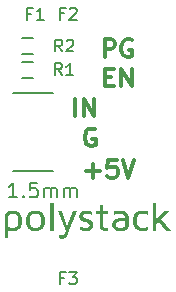
<source format=gto>
G04 #@! TF.FileFunction,Legend,Top*
%FSLAX46Y46*%
G04 Gerber Fmt 4.6, Leading zero omitted, Abs format (unit mm)*
G04 Created by KiCad (PCBNEW 4.0.1-stable) date Tuesday, April 12, 2016 'PMt' 11:21:32 PM*
%MOMM*%
G01*
G04 APERTURE LIST*
%ADD10C,0.100000*%
%ADD11C,0.200000*%
%ADD12C,0.300000*%
%ADD13C,0.150000*%
G04 APERTURE END LIST*
D10*
D11*
X158297619Y-113515476D02*
X157583333Y-113515476D01*
X157940476Y-113515476D02*
X157940476Y-112265476D01*
X157821428Y-112444048D01*
X157702381Y-112563095D01*
X157583333Y-112622619D01*
X158833333Y-113396429D02*
X158892857Y-113455952D01*
X158833333Y-113515476D01*
X158773809Y-113455952D01*
X158833333Y-113396429D01*
X158833333Y-113515476D01*
X160023809Y-112265476D02*
X159428571Y-112265476D01*
X159369047Y-112860714D01*
X159428571Y-112801190D01*
X159547619Y-112741667D01*
X159845238Y-112741667D01*
X159964285Y-112801190D01*
X160023809Y-112860714D01*
X160083333Y-112979762D01*
X160083333Y-113277381D01*
X160023809Y-113396429D01*
X159964285Y-113455952D01*
X159845238Y-113515476D01*
X159547619Y-113515476D01*
X159428571Y-113455952D01*
X159369047Y-113396429D01*
X160619047Y-113515476D02*
X160619047Y-112682143D01*
X160619047Y-112801190D02*
X160678571Y-112741667D01*
X160797618Y-112682143D01*
X160976190Y-112682143D01*
X161095238Y-112741667D01*
X161154761Y-112860714D01*
X161154761Y-113515476D01*
X161154761Y-112860714D02*
X161214285Y-112741667D01*
X161333333Y-112682143D01*
X161511904Y-112682143D01*
X161630952Y-112741667D01*
X161690476Y-112860714D01*
X161690476Y-113515476D01*
X162285714Y-113515476D02*
X162285714Y-112682143D01*
X162285714Y-112801190D02*
X162345238Y-112741667D01*
X162464285Y-112682143D01*
X162642857Y-112682143D01*
X162761905Y-112741667D01*
X162821428Y-112860714D01*
X162821428Y-113515476D01*
X162821428Y-112860714D02*
X162880952Y-112741667D01*
X163000000Y-112682143D01*
X163178571Y-112682143D01*
X163297619Y-112741667D01*
X163357143Y-112860714D01*
X163357143Y-113515476D01*
D12*
X164161429Y-111257143D02*
X165304286Y-111257143D01*
X164732857Y-111828571D02*
X164732857Y-110685714D01*
X166732858Y-110328571D02*
X166018572Y-110328571D01*
X165947143Y-111042857D01*
X166018572Y-110971429D01*
X166161429Y-110900000D01*
X166518572Y-110900000D01*
X166661429Y-110971429D01*
X166732858Y-111042857D01*
X166804286Y-111185714D01*
X166804286Y-111542857D01*
X166732858Y-111685714D01*
X166661429Y-111757143D01*
X166518572Y-111828571D01*
X166161429Y-111828571D01*
X166018572Y-111757143D01*
X165947143Y-111685714D01*
X167232857Y-110328571D02*
X167732857Y-111828571D01*
X168232857Y-110328571D01*
X164892857Y-107750000D02*
X164750000Y-107678571D01*
X164535714Y-107678571D01*
X164321429Y-107750000D01*
X164178571Y-107892857D01*
X164107143Y-108035714D01*
X164035714Y-108321429D01*
X164035714Y-108535714D01*
X164107143Y-108821429D01*
X164178571Y-108964286D01*
X164321429Y-109107143D01*
X164535714Y-109178571D01*
X164678571Y-109178571D01*
X164892857Y-109107143D01*
X164964286Y-109035714D01*
X164964286Y-108535714D01*
X164678571Y-108535714D01*
X163214286Y-106653571D02*
X163214286Y-105153571D01*
X163928572Y-106653571D02*
X163928572Y-105153571D01*
X164785715Y-106653571D01*
X164785715Y-105153571D01*
X165782857Y-103322857D02*
X166282857Y-103322857D01*
X166497143Y-104108571D02*
X165782857Y-104108571D01*
X165782857Y-102608571D01*
X166497143Y-102608571D01*
X167140000Y-104108571D02*
X167140000Y-102608571D01*
X167997143Y-104108571D01*
X167997143Y-102608571D01*
X165707143Y-101628571D02*
X165707143Y-100128571D01*
X166278571Y-100128571D01*
X166421429Y-100200000D01*
X166492857Y-100271429D01*
X166564286Y-100414286D01*
X166564286Y-100628571D01*
X166492857Y-100771429D01*
X166421429Y-100842857D01*
X166278571Y-100914286D01*
X165707143Y-100914286D01*
X167992857Y-100200000D02*
X167850000Y-100128571D01*
X167635714Y-100128571D01*
X167421429Y-100200000D01*
X167278571Y-100342857D01*
X167207143Y-100485714D01*
X167135714Y-100771429D01*
X167135714Y-100985714D01*
X167207143Y-101271429D01*
X167278571Y-101414286D01*
X167421429Y-101557143D01*
X167635714Y-101628571D01*
X167778571Y-101628571D01*
X167992857Y-101557143D01*
X168064286Y-101485714D01*
X168064286Y-100985714D01*
X167778571Y-100985714D01*
D13*
X158680000Y-102015000D02*
X159680000Y-102015000D01*
X159680000Y-103365000D02*
X158680000Y-103365000D01*
X159680000Y-101385000D02*
X158680000Y-101385000D01*
X158680000Y-100035000D02*
X159680000Y-100035000D01*
X157960000Y-104700000D02*
X161340000Y-104700000D01*
X157960000Y-111300000D02*
X161340000Y-111300000D01*
D10*
G36*
X157260430Y-116976711D02*
X157260430Y-115161006D01*
X157688677Y-114939733D01*
X157675276Y-114947368D01*
X157662687Y-114955529D01*
X157650910Y-114964217D01*
X157639946Y-114973432D01*
X157629793Y-114983173D01*
X157620453Y-114993441D01*
X157611925Y-115004235D01*
X157604209Y-115015556D01*
X157597305Y-115027403D01*
X157591214Y-115039777D01*
X157585934Y-115052677D01*
X157581467Y-115066104D01*
X157577813Y-115080058D01*
X157574970Y-115094538D01*
X157572939Y-115109545D01*
X157571721Y-115125078D01*
X157571315Y-115141138D01*
X157571315Y-116014265D01*
X157571315Y-116014243D01*
X157590817Y-116021567D01*
X157610370Y-116028473D01*
X157629973Y-116034960D01*
X157649628Y-116041028D01*
X157669334Y-116046678D01*
X157689091Y-116051910D01*
X157708899Y-116056723D01*
X157728758Y-116061118D01*
X157748668Y-116065094D01*
X157768630Y-116068651D01*
X157788642Y-116071790D01*
X157808705Y-116074510D01*
X157828819Y-116076812D01*
X157848985Y-116078696D01*
X157869201Y-116080160D01*
X157889468Y-116081207D01*
X157909787Y-116081835D01*
X157930156Y-116082044D01*
X157952919Y-116081799D01*
X157974907Y-116081063D01*
X157996118Y-116079836D01*
X158016554Y-116078119D01*
X158036214Y-116075912D01*
X158055098Y-116073213D01*
X158073207Y-116070025D01*
X158090539Y-116066345D01*
X158107096Y-116062175D01*
X158125648Y-116056641D01*
X158144097Y-116049971D01*
X158162442Y-116042165D01*
X158180683Y-116033225D01*
X158198822Y-116023149D01*
X158216857Y-116011938D01*
X158234789Y-115999592D01*
X158252617Y-115986111D01*
X158265259Y-115975366D01*
X158277326Y-115963583D01*
X158288820Y-115950762D01*
X158299739Y-115936902D01*
X158310085Y-115922005D01*
X158319856Y-115906069D01*
X158329054Y-115889095D01*
X158337677Y-115871083D01*
X158345727Y-115852032D01*
X158353202Y-115831944D01*
X158360104Y-115810817D01*
X158365006Y-115794441D01*
X158369570Y-115777507D01*
X158373796Y-115760014D01*
X158377684Y-115741963D01*
X158381234Y-115723353D01*
X158384446Y-115704185D01*
X158387319Y-115684458D01*
X158389855Y-115664173D01*
X158392052Y-115643329D01*
X158393912Y-115621926D01*
X158395433Y-115599965D01*
X158396617Y-115577446D01*
X158397462Y-115554368D01*
X158397969Y-115530731D01*
X158398138Y-115506536D01*
X158397989Y-115482205D01*
X158397544Y-115458404D01*
X158396801Y-115435132D01*
X158395761Y-115412390D01*
X158394424Y-115390177D01*
X158392789Y-115368494D01*
X158390858Y-115347340D01*
X158388629Y-115326716D01*
X158386104Y-115306621D01*
X158383281Y-115287056D01*
X158380161Y-115268020D01*
X158376744Y-115249514D01*
X158373030Y-115231537D01*
X158369018Y-115214090D01*
X158364710Y-115197172D01*
X158360104Y-115180784D01*
X158353216Y-115157616D01*
X158345782Y-115135624D01*
X158337800Y-115114808D01*
X158329272Y-115095168D01*
X158320198Y-115076703D01*
X158310577Y-115059415D01*
X158300409Y-115043302D01*
X158289694Y-115028366D01*
X158278433Y-115014605D01*
X158266625Y-115002020D01*
X158254271Y-114990611D01*
X158236933Y-114976322D01*
X158219647Y-114963220D01*
X158202413Y-114951308D01*
X158185231Y-114940585D01*
X158168100Y-114931050D01*
X158151021Y-114922705D01*
X158133994Y-114915548D01*
X158117018Y-114909580D01*
X158099758Y-114904553D01*
X158081878Y-114900196D01*
X158063378Y-114896509D01*
X158044258Y-114893493D01*
X158024517Y-114891147D01*
X158004157Y-114889472D01*
X157983176Y-114888466D01*
X157961575Y-114888131D01*
X157936803Y-114888394D01*
X157912844Y-114889184D01*
X157889696Y-114890500D01*
X157867361Y-114892343D01*
X157845837Y-114894713D01*
X157825126Y-114897609D01*
X157805228Y-114901031D01*
X157786141Y-114904980D01*
X157767867Y-114909456D01*
X157750404Y-114914458D01*
X157733754Y-114919987D01*
X157717916Y-114926042D01*
X157702891Y-114932624D01*
X157688677Y-114939733D01*
X157260430Y-115161006D01*
X157260705Y-115142862D01*
X157261532Y-115124809D01*
X157262910Y-115106848D01*
X157264839Y-115088978D01*
X157267320Y-115071200D01*
X157270351Y-115053513D01*
X157273794Y-115037348D01*
X157278451Y-115020035D01*
X157284323Y-115001576D01*
X157291410Y-114981968D01*
X157299712Y-114961214D01*
X157309229Y-114939312D01*
X157319961Y-114916263D01*
X157329495Y-114898135D01*
X157339723Y-114880496D01*
X157350645Y-114863348D01*
X157362261Y-114846690D01*
X157374572Y-114830522D01*
X157387577Y-114814843D01*
X157401275Y-114799655D01*
X157415668Y-114784957D01*
X157430755Y-114770749D01*
X157442813Y-114760400D01*
X157455835Y-114750303D01*
X157469822Y-114740460D01*
X157484774Y-114730869D01*
X157500690Y-114721532D01*
X157517571Y-114712448D01*
X157535417Y-114703616D01*
X157554227Y-114695038D01*
X157574002Y-114686713D01*
X157594742Y-114678641D01*
X157616446Y-114670822D01*
X157639114Y-114663256D01*
X157656652Y-114657649D01*
X157674539Y-114652403D01*
X157692774Y-114647519D01*
X157711358Y-114642997D01*
X157730291Y-114638837D01*
X157749573Y-114635038D01*
X157769203Y-114631601D01*
X157789183Y-114628526D01*
X157809511Y-114625813D01*
X157830188Y-114623461D01*
X157851214Y-114621471D01*
X157872589Y-114619843D01*
X157894312Y-114618577D01*
X157916384Y-114617673D01*
X157938805Y-114617130D01*
X157961575Y-114616949D01*
X157982460Y-114617153D01*
X158003223Y-114617763D01*
X158023863Y-114618781D01*
X158044380Y-114620205D01*
X158064775Y-114622036D01*
X158085048Y-114624274D01*
X158105198Y-114626920D01*
X158125225Y-114629972D01*
X158145130Y-114633431D01*
X158161790Y-114636770D01*
X158178695Y-114640795D01*
X158195846Y-114645504D01*
X158213244Y-114650899D01*
X158230887Y-114656979D01*
X158248777Y-114663744D01*
X158266912Y-114671195D01*
X158285294Y-114679330D01*
X158303921Y-114688151D01*
X158322794Y-114697656D01*
X158341914Y-114707847D01*
X158359622Y-114717737D01*
X158376916Y-114728108D01*
X158393797Y-114738961D01*
X158410265Y-114750296D01*
X158426319Y-114762113D01*
X158441959Y-114774412D01*
X158457187Y-114787193D01*
X158472001Y-114800456D01*
X158486401Y-114814201D01*
X158500388Y-114828428D01*
X158513962Y-114843137D01*
X158527122Y-114858328D01*
X158537367Y-114871015D01*
X158547378Y-114884378D01*
X158557152Y-114898416D01*
X158566692Y-114913131D01*
X158575997Y-114928523D01*
X158585066Y-114944590D01*
X158593900Y-114961333D01*
X158602499Y-114978753D01*
X158610863Y-114996848D01*
X158618991Y-115015620D01*
X158626885Y-115035068D01*
X158634543Y-115055192D01*
X158641966Y-115075992D01*
X158649154Y-115097468D01*
X158656107Y-115119621D01*
X158661530Y-115137347D01*
X158666661Y-115155367D01*
X158671498Y-115173680D01*
X158676042Y-115192286D01*
X158680293Y-115211185D01*
X158684251Y-115230377D01*
X158687915Y-115249863D01*
X158691287Y-115269641D01*
X158694365Y-115289713D01*
X158697150Y-115310079D01*
X158699642Y-115330737D01*
X158701841Y-115351688D01*
X158703746Y-115372933D01*
X158705359Y-115394471D01*
X158706678Y-115416302D01*
X158707704Y-115438427D01*
X158708437Y-115460844D01*
X158708877Y-115483555D01*
X158709023Y-115506559D01*
X158708866Y-115530333D01*
X158708393Y-115553777D01*
X158707606Y-115576890D01*
X158706503Y-115599674D01*
X158705086Y-115622128D01*
X158703354Y-115644252D01*
X158701306Y-115666046D01*
X158698944Y-115687510D01*
X158696267Y-115708643D01*
X158693274Y-115729447D01*
X158689967Y-115749921D01*
X158686345Y-115770065D01*
X158682407Y-115789878D01*
X158678155Y-115809362D01*
X158673588Y-115828516D01*
X158668706Y-115847339D01*
X158663509Y-115865833D01*
X158657996Y-115883997D01*
X158652169Y-115901830D01*
X158646027Y-115919334D01*
X158639570Y-115936507D01*
X158630889Y-115958270D01*
X158621793Y-115979322D01*
X158612285Y-115999663D01*
X158602363Y-116019295D01*
X158592028Y-116038215D01*
X158581279Y-116056425D01*
X158570117Y-116073925D01*
X158558542Y-116090714D01*
X158546553Y-116106792D01*
X158534150Y-116122160D01*
X158521334Y-116136818D01*
X158508105Y-116150765D01*
X158494463Y-116164001D01*
X158480407Y-116176528D01*
X158465937Y-116188343D01*
X158451055Y-116199448D01*
X158433784Y-116211486D01*
X158416463Y-116223035D01*
X158399091Y-116234094D01*
X158381669Y-116244665D01*
X158364196Y-116254746D01*
X158346672Y-116264338D01*
X158329098Y-116273441D01*
X158311473Y-116282055D01*
X158293798Y-116290180D01*
X158276072Y-116297816D01*
X158258295Y-116304963D01*
X158240468Y-116311620D01*
X158222590Y-116317789D01*
X158204661Y-116323468D01*
X158186809Y-116328479D01*
X158168686Y-116333118D01*
X158150293Y-116337386D01*
X158131631Y-116341283D01*
X158112698Y-116344809D01*
X158093496Y-116347964D01*
X158074023Y-116350748D01*
X158054281Y-116353160D01*
X158034268Y-116355201D01*
X158013986Y-116356872D01*
X157993433Y-116358171D01*
X157972611Y-116359098D01*
X157951519Y-116359655D01*
X157930156Y-116359841D01*
X157909440Y-116359688D01*
X157888815Y-116359228D01*
X157868282Y-116358463D01*
X157847841Y-116357391D01*
X157827492Y-116356013D01*
X157807235Y-116354329D01*
X157787070Y-116352339D01*
X157766996Y-116350043D01*
X157747015Y-116347440D01*
X157727125Y-116344531D01*
X157707327Y-116341316D01*
X157687621Y-116337795D01*
X157668007Y-116333967D01*
X157648485Y-116329834D01*
X157629055Y-116325394D01*
X157609716Y-116320648D01*
X157590470Y-116315596D01*
X157571315Y-116310237D01*
X157571315Y-116976666D01*
X157260430Y-116976666D01*
X157260430Y-116976711D01*
X157260430Y-116976711D01*
G37*
G36*
X159130703Y-115928289D02*
X159408516Y-115177533D01*
X159404110Y-115193094D01*
X159399989Y-115209185D01*
X159396152Y-115225806D01*
X159392599Y-115242956D01*
X159389331Y-115260636D01*
X159386346Y-115278846D01*
X159383646Y-115297586D01*
X159381230Y-115316855D01*
X159379099Y-115336654D01*
X159377251Y-115356982D01*
X159375688Y-115377840D01*
X159374409Y-115399228D01*
X159373414Y-115421146D01*
X159372704Y-115443593D01*
X159372277Y-115466570D01*
X159372135Y-115490077D01*
X159372277Y-115513590D01*
X159372704Y-115536587D01*
X159373414Y-115559066D01*
X159374409Y-115581029D01*
X159375688Y-115602475D01*
X159377251Y-115623404D01*
X159379099Y-115643816D01*
X159381230Y-115663711D01*
X159383646Y-115683090D01*
X159386346Y-115701952D01*
X159389331Y-115720297D01*
X159392599Y-115738125D01*
X159396152Y-115755436D01*
X159399989Y-115772231D01*
X159404110Y-115788509D01*
X159408516Y-115804269D01*
X159415732Y-115826000D01*
X159423549Y-115846691D01*
X159431967Y-115866344D01*
X159440987Y-115884958D01*
X159450608Y-115902534D01*
X159460831Y-115919071D01*
X159471655Y-115934570D01*
X159483080Y-115949030D01*
X159495107Y-115962451D01*
X159507734Y-115974834D01*
X159520964Y-115986179D01*
X159537520Y-115998914D01*
X159554118Y-116010671D01*
X159570757Y-116021448D01*
X159587436Y-116031245D01*
X159604156Y-116040063D01*
X159620917Y-116047901D01*
X159637719Y-116054760D01*
X159654562Y-116060640D01*
X159671445Y-116065539D01*
X159688737Y-116069709D01*
X159706805Y-116073389D01*
X159725648Y-116076577D01*
X159745267Y-116079276D01*
X159765662Y-116081483D01*
X159786833Y-116083200D01*
X159808780Y-116084427D01*
X159831502Y-116085163D01*
X159855000Y-116085408D01*
X159878845Y-116085163D01*
X159901874Y-116084427D01*
X159924086Y-116083200D01*
X159945481Y-116081483D01*
X159966060Y-116079276D01*
X159985822Y-116076577D01*
X160004767Y-116073389D01*
X160022896Y-116069709D01*
X160040208Y-116065539D01*
X160057092Y-116060635D01*
X160073934Y-116054752D01*
X160090736Y-116047891D01*
X160107497Y-116040052D01*
X160124217Y-116031234D01*
X160140897Y-116021438D01*
X160157535Y-116010663D01*
X160174133Y-115998910D01*
X160190690Y-115986179D01*
X160203906Y-115974834D01*
X160216492Y-115962451D01*
X160228451Y-115949030D01*
X160239780Y-115934570D01*
X160250481Y-115919071D01*
X160260553Y-115902534D01*
X160269997Y-115884958D01*
X160278812Y-115866344D01*
X160286998Y-115846691D01*
X160294555Y-115826000D01*
X160301484Y-115804269D01*
X160306090Y-115788509D01*
X160310399Y-115772231D01*
X160314410Y-115755436D01*
X160318124Y-115738125D01*
X160321541Y-115720297D01*
X160324661Y-115701952D01*
X160327484Y-115683090D01*
X160330010Y-115663711D01*
X160332238Y-115643816D01*
X160334170Y-115623404D01*
X160335804Y-115602475D01*
X160337141Y-115581029D01*
X160338181Y-115559066D01*
X160338924Y-115536587D01*
X160339370Y-115513590D01*
X160339518Y-115490077D01*
X160339370Y-115466570D01*
X160338924Y-115443593D01*
X160338181Y-115421146D01*
X160337141Y-115399228D01*
X160335804Y-115377840D01*
X160334170Y-115356982D01*
X160332238Y-115336654D01*
X160330010Y-115316855D01*
X160327484Y-115297586D01*
X160324661Y-115278846D01*
X160321541Y-115260636D01*
X160318124Y-115242956D01*
X160314410Y-115225806D01*
X160310399Y-115209185D01*
X160306090Y-115193094D01*
X160301484Y-115177533D01*
X160294555Y-115155517D01*
X160286998Y-115134566D01*
X160278812Y-115114682D01*
X160269997Y-115095863D01*
X160260553Y-115078110D01*
X160250481Y-115061423D01*
X160239780Y-115045802D01*
X160228451Y-115031247D01*
X160216492Y-115017757D01*
X160203906Y-115005333D01*
X160190690Y-114993976D01*
X160174133Y-114981240D01*
X160157535Y-114969483D01*
X160140897Y-114958707D01*
X160124217Y-114948909D01*
X160107497Y-114940091D01*
X160090736Y-114932253D01*
X160073934Y-114925394D01*
X160057092Y-114919515D01*
X160040208Y-114914615D01*
X160022896Y-114910445D01*
X160004767Y-114906765D01*
X159985822Y-114903577D01*
X159966060Y-114900878D01*
X159945481Y-114898671D01*
X159924086Y-114896954D01*
X159901874Y-114895727D01*
X159878845Y-114894992D01*
X159855000Y-114894746D01*
X159831502Y-114894992D01*
X159808780Y-114895727D01*
X159786833Y-114896954D01*
X159765662Y-114898671D01*
X159745267Y-114900878D01*
X159725648Y-114903577D01*
X159706805Y-114906765D01*
X159688737Y-114910445D01*
X159671445Y-114914615D01*
X159654562Y-114919519D01*
X159637719Y-114925402D01*
X159620917Y-114932263D01*
X159604156Y-114940102D01*
X159587436Y-114948920D01*
X159570757Y-114958717D01*
X159554118Y-114969491D01*
X159537520Y-114981244D01*
X159520964Y-114993976D01*
X159507734Y-115005333D01*
X159495107Y-115017757D01*
X159483080Y-115031247D01*
X159471655Y-115045802D01*
X159460831Y-115061423D01*
X159450608Y-115078110D01*
X159440987Y-115095863D01*
X159431967Y-115114682D01*
X159423549Y-115134566D01*
X159415732Y-115155517D01*
X159408516Y-115177533D01*
X159130703Y-115928289D01*
X159124386Y-115911743D01*
X159118362Y-115894876D01*
X159112633Y-115877688D01*
X159107197Y-115860178D01*
X159102055Y-115842347D01*
X159097207Y-115824195D01*
X159092652Y-115805722D01*
X159088392Y-115786928D01*
X159084425Y-115767812D01*
X159080752Y-115748375D01*
X159077373Y-115728617D01*
X159074288Y-115708538D01*
X159071496Y-115688137D01*
X159068999Y-115667415D01*
X159066795Y-115646372D01*
X159064885Y-115625008D01*
X159063269Y-115603323D01*
X159061947Y-115581316D01*
X159060919Y-115558988D01*
X159060184Y-115536339D01*
X159059743Y-115513369D01*
X159059596Y-115490077D01*
X159059743Y-115466789D01*
X159060184Y-115443829D01*
X159060919Y-115421197D01*
X159061947Y-115398893D01*
X159063269Y-115376917D01*
X159064885Y-115355269D01*
X159066795Y-115333949D01*
X159068999Y-115312957D01*
X159071496Y-115292293D01*
X159074288Y-115271957D01*
X159077373Y-115251949D01*
X159080752Y-115232269D01*
X159084425Y-115212918D01*
X159088392Y-115193894D01*
X159092652Y-115175198D01*
X159097207Y-115156831D01*
X159102055Y-115138791D01*
X159107197Y-115121079D01*
X159112633Y-115103696D01*
X159118362Y-115086640D01*
X159124386Y-115069913D01*
X159130703Y-115053513D01*
X159139246Y-115032623D01*
X159148144Y-115012363D01*
X159157396Y-114992731D01*
X159167003Y-114973729D01*
X159176965Y-114955356D01*
X159187282Y-114937612D01*
X159197953Y-114920497D01*
X159208979Y-114904012D01*
X159220360Y-114888155D01*
X159232096Y-114872928D01*
X159244187Y-114858331D01*
X159256632Y-114844362D01*
X159269432Y-114831023D01*
X159282587Y-114818312D01*
X159296096Y-114806231D01*
X159309961Y-114794780D01*
X159324180Y-114783957D01*
X159341686Y-114771471D01*
X159359244Y-114759524D01*
X159376852Y-114748118D01*
X159394510Y-114737251D01*
X159412219Y-114726925D01*
X159429979Y-114717139D01*
X159447790Y-114707893D01*
X159465651Y-114699186D01*
X159483562Y-114691020D01*
X159501525Y-114683394D01*
X159519538Y-114676308D01*
X159537601Y-114669761D01*
X159555715Y-114663755D01*
X159573880Y-114658289D01*
X159592425Y-114653052D01*
X159611205Y-114648202D01*
X159630222Y-114643740D01*
X159649475Y-114639667D01*
X159668965Y-114635981D01*
X159688690Y-114632683D01*
X159708652Y-114629773D01*
X159728850Y-114627252D01*
X159749285Y-114625118D01*
X159769955Y-114623372D01*
X159790862Y-114622014D01*
X159812005Y-114621044D01*
X159833384Y-114620462D01*
X159855000Y-114620268D01*
X159876835Y-114620462D01*
X159898400Y-114621044D01*
X159919695Y-114622014D01*
X159940720Y-114623372D01*
X159961474Y-114625118D01*
X159981959Y-114627252D01*
X160002174Y-114629773D01*
X160022119Y-114632683D01*
X160041794Y-114635981D01*
X160061199Y-114639667D01*
X160080334Y-114643740D01*
X160099200Y-114648202D01*
X160117795Y-114653052D01*
X160136120Y-114658289D01*
X160154512Y-114663755D01*
X160172837Y-114669761D01*
X160191095Y-114676308D01*
X160209285Y-114683394D01*
X160227408Y-114691020D01*
X160245463Y-114699186D01*
X160263450Y-114707893D01*
X160281371Y-114717139D01*
X160299223Y-114726925D01*
X160317008Y-114737251D01*
X160334726Y-114748118D01*
X160352376Y-114759524D01*
X160369959Y-114771471D01*
X160387474Y-114783957D01*
X160401693Y-114794780D01*
X160415557Y-114806231D01*
X160429067Y-114818312D01*
X160442222Y-114831023D01*
X160455022Y-114844362D01*
X160467467Y-114858331D01*
X160479557Y-114872928D01*
X160491293Y-114888155D01*
X160502674Y-114904012D01*
X160513700Y-114920497D01*
X160524372Y-114937612D01*
X160534689Y-114955356D01*
X160544650Y-114973729D01*
X160554258Y-114992731D01*
X160563510Y-115012363D01*
X160572408Y-115032623D01*
X160580951Y-115053513D01*
X160587268Y-115069913D01*
X160593291Y-115086640D01*
X160599021Y-115103696D01*
X160604457Y-115121079D01*
X160609599Y-115138791D01*
X160614447Y-115156831D01*
X160619001Y-115175198D01*
X160623262Y-115193894D01*
X160627229Y-115212918D01*
X160630901Y-115232269D01*
X160634281Y-115251949D01*
X160637366Y-115271957D01*
X160640157Y-115292293D01*
X160642655Y-115312957D01*
X160644858Y-115333949D01*
X160646768Y-115355269D01*
X160648384Y-115376917D01*
X160649707Y-115398893D01*
X160650735Y-115421197D01*
X160651470Y-115443829D01*
X160651910Y-115466789D01*
X160652057Y-115490077D01*
X160651910Y-115513369D01*
X160651470Y-115536339D01*
X160650735Y-115558988D01*
X160649707Y-115581316D01*
X160648384Y-115603323D01*
X160646768Y-115625008D01*
X160644858Y-115646372D01*
X160642655Y-115667415D01*
X160640157Y-115688137D01*
X160637366Y-115708538D01*
X160634281Y-115728617D01*
X160630901Y-115748375D01*
X160627229Y-115767812D01*
X160623262Y-115786928D01*
X160619001Y-115805722D01*
X160614447Y-115824195D01*
X160609599Y-115842347D01*
X160604457Y-115860178D01*
X160599021Y-115877688D01*
X160593291Y-115894876D01*
X160587268Y-115911743D01*
X160580951Y-115928289D01*
X160572408Y-115948991D01*
X160563510Y-115969074D01*
X160554258Y-115988540D01*
X160544650Y-116007388D01*
X160534689Y-116025618D01*
X160524372Y-116043230D01*
X160513700Y-116060223D01*
X160502674Y-116076599D01*
X160491293Y-116092357D01*
X160479557Y-116107497D01*
X160467467Y-116122019D01*
X160455022Y-116135923D01*
X160442222Y-116149210D01*
X160429067Y-116161878D01*
X160415557Y-116173928D01*
X160401693Y-116185360D01*
X160387474Y-116196174D01*
X160369959Y-116208669D01*
X160352376Y-116220641D01*
X160334726Y-116232090D01*
X160317008Y-116243016D01*
X160299223Y-116253420D01*
X160281371Y-116263300D01*
X160263450Y-116272657D01*
X160245463Y-116281491D01*
X160227408Y-116289802D01*
X160209285Y-116297590D01*
X160191095Y-116304855D01*
X160172837Y-116311598D01*
X160154512Y-116317817D01*
X160136120Y-116323513D01*
X160117795Y-116328524D01*
X160099200Y-116333163D01*
X160080334Y-116337431D01*
X160061199Y-116341328D01*
X160041794Y-116344854D01*
X160022119Y-116348009D01*
X160002174Y-116350793D01*
X159981959Y-116353205D01*
X159961474Y-116355247D01*
X159940720Y-116356917D01*
X159919695Y-116358216D01*
X159898400Y-116359144D01*
X159876835Y-116359700D01*
X159855000Y-116359886D01*
X159833384Y-116359700D01*
X159812005Y-116359144D01*
X159790862Y-116358216D01*
X159769955Y-116356917D01*
X159749285Y-116355247D01*
X159728850Y-116353205D01*
X159708652Y-116350793D01*
X159688690Y-116348009D01*
X159668965Y-116344854D01*
X159649475Y-116341328D01*
X159630222Y-116337431D01*
X159611205Y-116333163D01*
X159592425Y-116328524D01*
X159573880Y-116323513D01*
X159555715Y-116317817D01*
X159537601Y-116311598D01*
X159519538Y-116304855D01*
X159501525Y-116297590D01*
X159483562Y-116289802D01*
X159465651Y-116281491D01*
X159447790Y-116272657D01*
X159429979Y-116263300D01*
X159412219Y-116253420D01*
X159394510Y-116243016D01*
X159376852Y-116232090D01*
X159359244Y-116220641D01*
X159341686Y-116208669D01*
X159324180Y-116196174D01*
X159309961Y-116185360D01*
X159296096Y-116173928D01*
X159282587Y-116161878D01*
X159269432Y-116149210D01*
X159256632Y-116135923D01*
X159244187Y-116122019D01*
X159232096Y-116107497D01*
X159220360Y-116092357D01*
X159208979Y-116076599D01*
X159197953Y-116060223D01*
X159187282Y-116043230D01*
X159176965Y-116025618D01*
X159167003Y-116007388D01*
X159157396Y-115988540D01*
X159148144Y-115969074D01*
X159139246Y-115948991D01*
X159130703Y-115928289D01*
X159130703Y-115928289D01*
G37*
G36*
X161101849Y-116333425D02*
X161101849Y-114000147D01*
X161412734Y-114000147D01*
X161412734Y-116333425D01*
X161101849Y-116333425D01*
X161101849Y-116333425D01*
G37*
G36*
X161783151Y-114643410D02*
X162115534Y-114643410D01*
X162570286Y-115910091D01*
X163016771Y-114643410D01*
X163349154Y-114643410D01*
X162654622Y-116513686D01*
X162645732Y-116537112D01*
X162636648Y-116559960D01*
X162627368Y-116582229D01*
X162617894Y-116603920D01*
X162608225Y-116625033D01*
X162598361Y-116645567D01*
X162588302Y-116665523D01*
X162578049Y-116684900D01*
X162567601Y-116703699D01*
X162556958Y-116721919D01*
X162546120Y-116739561D01*
X162535088Y-116756625D01*
X162523860Y-116773110D01*
X162512438Y-116789017D01*
X162500821Y-116804345D01*
X162489010Y-116819095D01*
X162477003Y-116833266D01*
X162464802Y-116846859D01*
X162452406Y-116859874D01*
X162439816Y-116872310D01*
X162427030Y-116884168D01*
X162414050Y-116895447D01*
X162400875Y-116906148D01*
X162387505Y-116916270D01*
X162373940Y-116925814D01*
X162360181Y-116934780D01*
X162346227Y-116943167D01*
X162332078Y-116950976D01*
X162317734Y-116958206D01*
X162303196Y-116964858D01*
X162288462Y-116970932D01*
X162273534Y-116976427D01*
X162258411Y-116981343D01*
X162243094Y-116985682D01*
X162227581Y-116989441D01*
X162211874Y-116992623D01*
X162195972Y-116995226D01*
X162179876Y-116997250D01*
X162163584Y-116998696D01*
X162147098Y-116999564D01*
X162130417Y-116999853D01*
X162128769Y-116999853D01*
X162109947Y-116999669D01*
X162090964Y-116999118D01*
X162071821Y-116998199D01*
X162052517Y-116996913D01*
X162033052Y-116995259D01*
X162013427Y-116993238D01*
X161993640Y-116990849D01*
X161973693Y-116988093D01*
X161953585Y-116984969D01*
X161933317Y-116981477D01*
X161912887Y-116977618D01*
X161892297Y-116973392D01*
X161892297Y-116695572D01*
X161912356Y-116700617D01*
X161932183Y-116705165D01*
X161951779Y-116709218D01*
X161971143Y-116712775D01*
X161990276Y-116715836D01*
X162009177Y-116718401D01*
X162027847Y-116720471D01*
X162046285Y-116722044D01*
X162064491Y-116723122D01*
X162082466Y-116723704D01*
X162096377Y-116723271D01*
X162110108Y-116721970D01*
X162123659Y-116719801D01*
X162137029Y-116716766D01*
X162150220Y-116712863D01*
X162163230Y-116708093D01*
X162176061Y-116702456D01*
X162188711Y-116695951D01*
X162201182Y-116688579D01*
X162213472Y-116680340D01*
X162225582Y-116671233D01*
X162237512Y-116661260D01*
X162249262Y-116650418D01*
X162260832Y-116638710D01*
X162272222Y-116626134D01*
X162283432Y-116612691D01*
X162294462Y-116598381D01*
X162305312Y-116583204D01*
X162315981Y-116567159D01*
X162326471Y-116550247D01*
X162336780Y-116532467D01*
X162346910Y-116513821D01*
X162356859Y-116494307D01*
X162366629Y-116473925D01*
X162376218Y-116452677D01*
X162385627Y-116430561D01*
X162394857Y-116407578D01*
X162403906Y-116383727D01*
X162412775Y-116359010D01*
X162421464Y-116333425D01*
X161783156Y-114643410D01*
X161783151Y-114643410D01*
X161783151Y-114643410D01*
G37*
G36*
X163574050Y-115121314D02*
X163574422Y-115100470D01*
X163575538Y-115079939D01*
X163577398Y-115059723D01*
X163580003Y-115039821D01*
X163583351Y-115020234D01*
X163587444Y-115000960D01*
X163592281Y-114982001D01*
X163597862Y-114963356D01*
X163604187Y-114945026D01*
X163611257Y-114927010D01*
X163619070Y-114909308D01*
X163627628Y-114891920D01*
X163636929Y-114874847D01*
X163646975Y-114858088D01*
X163657765Y-114841643D01*
X163669300Y-114825513D01*
X163681578Y-114809697D01*
X163694600Y-114794195D01*
X163708367Y-114779007D01*
X163722878Y-114764134D01*
X163735168Y-114752595D01*
X163747960Y-114741526D01*
X163761256Y-114730929D01*
X163775054Y-114720803D01*
X163789354Y-114711147D01*
X163804158Y-114701963D01*
X163819464Y-114693250D01*
X163835273Y-114685007D01*
X163851584Y-114677236D01*
X163868398Y-114669936D01*
X163885715Y-114663106D01*
X163903535Y-114656748D01*
X163921857Y-114650861D01*
X163940683Y-114645444D01*
X163960010Y-114640499D01*
X163979841Y-114636024D01*
X164000174Y-114632021D01*
X164021010Y-114628489D01*
X164042349Y-114625427D01*
X164064190Y-114622837D01*
X164086534Y-114620717D01*
X164109381Y-114619069D01*
X164132730Y-114617891D01*
X164156583Y-114617185D01*
X164180938Y-114616949D01*
X164200913Y-114617159D01*
X164220863Y-114617787D01*
X164240788Y-114618834D01*
X164260688Y-114620300D01*
X164280563Y-114622185D01*
X164300413Y-114624489D01*
X164320238Y-114627211D01*
X164340038Y-114630353D01*
X164359813Y-114633913D01*
X164379563Y-114637892D01*
X164399288Y-114642290D01*
X164418988Y-114647107D01*
X164438663Y-114652343D01*
X164458312Y-114657998D01*
X164477937Y-114664071D01*
X164497537Y-114670564D01*
X164517112Y-114677475D01*
X164536662Y-114684805D01*
X164556187Y-114692554D01*
X164575687Y-114700722D01*
X164595162Y-114709308D01*
X164614612Y-114718314D01*
X164634036Y-114727738D01*
X164634036Y-114995624D01*
X164613147Y-114986247D01*
X164592369Y-114977328D01*
X164571704Y-114968866D01*
X164551152Y-114960862D01*
X164530712Y-114953315D01*
X164510384Y-114946225D01*
X164490169Y-114939593D01*
X164470067Y-114933418D01*
X164450077Y-114927701D01*
X164430199Y-114922441D01*
X164410434Y-114917638D01*
X164390782Y-114913293D01*
X164371242Y-114909405D01*
X164351814Y-114905975D01*
X164332499Y-114903002D01*
X164313297Y-114900486D01*
X164294207Y-114898428D01*
X164275229Y-114896827D01*
X164256364Y-114895684D01*
X164237611Y-114894998D01*
X164218971Y-114894769D01*
X164194566Y-114895066D01*
X164171081Y-114895957D01*
X164148518Y-114897443D01*
X164126875Y-114899523D01*
X164106154Y-114902197D01*
X164086353Y-114905466D01*
X164067473Y-114909328D01*
X164049515Y-114913785D01*
X164032477Y-114918837D01*
X164016360Y-114924482D01*
X164001164Y-114930722D01*
X163986889Y-114937556D01*
X163973535Y-114944985D01*
X163961102Y-114953007D01*
X163949590Y-114961624D01*
X163938999Y-114970835D01*
X163929329Y-114980641D01*
X163920580Y-114991040D01*
X163912752Y-115002034D01*
X163905845Y-115013623D01*
X163899859Y-115025805D01*
X163894793Y-115038582D01*
X163890649Y-115051953D01*
X163887426Y-115065918D01*
X163885123Y-115080478D01*
X163883742Y-115095632D01*
X163883281Y-115111380D01*
X163884384Y-115126898D01*
X163887691Y-115141845D01*
X163893203Y-115156219D01*
X163900920Y-115170022D01*
X163910842Y-115183253D01*
X163922969Y-115195911D01*
X163937300Y-115207998D01*
X163953837Y-115219513D01*
X163972578Y-115230455D01*
X163989115Y-115238793D01*
X164006252Y-115246966D01*
X164023992Y-115254975D01*
X164042332Y-115262819D01*
X164061274Y-115270500D01*
X164080817Y-115278016D01*
X164100961Y-115285368D01*
X164121707Y-115292556D01*
X164143054Y-115299580D01*
X164165002Y-115306440D01*
X164187552Y-115313135D01*
X164206887Y-115318575D01*
X164226222Y-115324211D01*
X164245557Y-115330043D01*
X164264892Y-115336071D01*
X164284227Y-115342294D01*
X164303562Y-115348714D01*
X164322897Y-115355329D01*
X164342232Y-115362140D01*
X164361567Y-115369147D01*
X164380901Y-115376350D01*
X164400236Y-115383749D01*
X164419571Y-115391343D01*
X164438906Y-115399134D01*
X164456902Y-115406574D01*
X164474510Y-115414724D01*
X164491730Y-115423581D01*
X164508562Y-115433148D01*
X164525006Y-115443423D01*
X164541061Y-115454407D01*
X164556729Y-115466099D01*
X164572008Y-115478501D01*
X164586899Y-115491611D01*
X164601402Y-115505429D01*
X164615517Y-115519956D01*
X164629244Y-115535192D01*
X164642583Y-115551137D01*
X164655534Y-115567790D01*
X164666547Y-115582894D01*
X164676850Y-115598437D01*
X164686443Y-115614419D01*
X164695325Y-115630840D01*
X164703496Y-115647700D01*
X164710957Y-115664999D01*
X164717707Y-115682737D01*
X164723747Y-115700914D01*
X164729076Y-115719530D01*
X164733695Y-115738585D01*
X164737603Y-115758080D01*
X164740800Y-115778013D01*
X164743287Y-115798385D01*
X164745063Y-115819197D01*
X164746129Y-115840447D01*
X164746484Y-115862136D01*
X164746100Y-115882336D01*
X164744947Y-115902255D01*
X164743024Y-115921892D01*
X164740333Y-115941249D01*
X164736873Y-115960324D01*
X164732643Y-115979118D01*
X164727645Y-115997632D01*
X164721878Y-116015864D01*
X164715342Y-116033815D01*
X164708037Y-116051485D01*
X164699963Y-116068874D01*
X164691120Y-116085981D01*
X164681509Y-116102808D01*
X164671128Y-116119354D01*
X164659978Y-116135618D01*
X164648059Y-116151601D01*
X164635372Y-116167304D01*
X164621915Y-116182725D01*
X164607690Y-116197865D01*
X164592695Y-116212724D01*
X164580616Y-116223826D01*
X164568038Y-116234494D01*
X164554960Y-116244725D01*
X164541383Y-116254521D01*
X164527308Y-116263882D01*
X164512733Y-116272808D01*
X164497660Y-116281298D01*
X164482087Y-116289353D01*
X164466015Y-116296972D01*
X164449445Y-116304156D01*
X164432375Y-116310905D01*
X164414806Y-116317218D01*
X164396738Y-116323095D01*
X164378172Y-116328538D01*
X164359106Y-116333545D01*
X164339541Y-116338116D01*
X164319477Y-116342253D01*
X164298914Y-116345953D01*
X164277852Y-116349219D01*
X164256291Y-116352049D01*
X164234231Y-116354444D01*
X164211672Y-116356403D01*
X164188614Y-116357927D01*
X164165057Y-116359015D01*
X164141001Y-116359668D01*
X164116445Y-116359886D01*
X164094837Y-116359698D01*
X164073403Y-116359135D01*
X164052144Y-116358195D01*
X164031059Y-116356880D01*
X164010149Y-116355190D01*
X163989414Y-116353123D01*
X163968853Y-116350681D01*
X163948467Y-116347864D01*
X163928255Y-116344670D01*
X163908218Y-116341101D01*
X163888356Y-116337156D01*
X163868668Y-116332836D01*
X163849155Y-116328140D01*
X163829817Y-116323068D01*
X163810653Y-116317620D01*
X163791664Y-116311797D01*
X163772850Y-116305598D01*
X163754210Y-116299023D01*
X163735744Y-116292073D01*
X163717454Y-116284747D01*
X163699338Y-116277045D01*
X163681396Y-116268968D01*
X163663629Y-116260515D01*
X163646037Y-116251686D01*
X163628620Y-116242481D01*
X163628620Y-115961366D01*
X163646997Y-115971485D01*
X163665471Y-115981174D01*
X163684043Y-115990433D01*
X163702712Y-115999261D01*
X163721479Y-116007658D01*
X163740344Y-116015624D01*
X163759307Y-116023160D01*
X163778367Y-116030265D01*
X163797524Y-116036940D01*
X163816779Y-116043184D01*
X163836132Y-116048998D01*
X163855583Y-116054380D01*
X163875131Y-116059333D01*
X163894776Y-116063854D01*
X163914520Y-116067945D01*
X163934361Y-116071605D01*
X163954299Y-116074835D01*
X163974335Y-116077634D01*
X163994469Y-116080003D01*
X164014700Y-116081940D01*
X164035029Y-116083448D01*
X164055456Y-116084524D01*
X164075980Y-116085170D01*
X164096602Y-116085385D01*
X164103217Y-116085385D01*
X164127689Y-116085043D01*
X164151241Y-116084016D01*
X164173874Y-116082304D01*
X164195586Y-116079907D01*
X164216379Y-116076825D01*
X164236252Y-116073059D01*
X164255205Y-116068607D01*
X164273239Y-116063471D01*
X164290353Y-116057650D01*
X164306547Y-116051145D01*
X164321821Y-116043954D01*
X164336175Y-116036079D01*
X164349610Y-116027518D01*
X164365948Y-116015297D01*
X164380566Y-116002447D01*
X164393465Y-115988969D01*
X164404643Y-115974863D01*
X164414102Y-115960129D01*
X164421841Y-115944767D01*
X164427861Y-115928777D01*
X164432160Y-115912159D01*
X164434740Y-115894912D01*
X164435600Y-115877038D01*
X164434862Y-115858435D01*
X164432648Y-115840515D01*
X164428958Y-115823280D01*
X164423792Y-115806728D01*
X164417150Y-115790860D01*
X164409032Y-115775675D01*
X164399438Y-115761174D01*
X164388368Y-115747357D01*
X164375822Y-115734223D01*
X164361801Y-115721773D01*
X164346303Y-115710007D01*
X164331420Y-115699467D01*
X164315986Y-115689340D01*
X164300001Y-115679626D01*
X164283464Y-115670325D01*
X164266377Y-115661438D01*
X164248738Y-115652964D01*
X164230548Y-115644904D01*
X164211806Y-115637257D01*
X164192514Y-115630023D01*
X164172670Y-115623202D01*
X164152275Y-115616795D01*
X164131329Y-115610800D01*
X164111740Y-115605162D01*
X164092150Y-115599446D01*
X164072561Y-115593651D01*
X164052972Y-115587779D01*
X164033382Y-115581829D01*
X164013793Y-115575800D01*
X163994203Y-115569694D01*
X163974614Y-115563509D01*
X163955025Y-115557247D01*
X163935435Y-115550907D01*
X163915846Y-115544488D01*
X163896257Y-115537992D01*
X163876667Y-115531417D01*
X163857548Y-115524214D01*
X163838859Y-115516346D01*
X163820600Y-115507813D01*
X163802772Y-115498614D01*
X163785374Y-115488751D01*
X163768407Y-115478223D01*
X163751871Y-115467029D01*
X163735765Y-115455171D01*
X163720090Y-115442647D01*
X163704845Y-115429459D01*
X163690030Y-115415605D01*
X163675647Y-115401087D01*
X163661693Y-115385903D01*
X163650397Y-115371968D01*
X163639880Y-115357505D01*
X163630142Y-115342511D01*
X163621183Y-115326989D01*
X163613003Y-115310937D01*
X163605602Y-115294357D01*
X163598980Y-115277247D01*
X163593137Y-115259607D01*
X163588073Y-115241439D01*
X163583788Y-115222741D01*
X163580283Y-115203514D01*
X163577556Y-115183758D01*
X163575608Y-115163473D01*
X163574440Y-115142658D01*
X163574050Y-115121314D01*
X163574050Y-115121314D01*
X163574050Y-115121314D01*
G37*
G36*
X164987917Y-114904680D02*
X164987917Y-114643410D01*
X165282266Y-114643410D01*
X165282266Y-114139045D01*
X165591498Y-114139045D01*
X165591498Y-114643410D01*
X166041289Y-114643410D01*
X166041289Y-114904680D01*
X165591498Y-114904680D01*
X165591498Y-115886949D01*
X165592013Y-115904579D01*
X165593561Y-115921389D01*
X165596141Y-115937378D01*
X165599752Y-115952548D01*
X165604395Y-115966898D01*
X165610070Y-115980427D01*
X165616777Y-115993137D01*
X165624516Y-116005027D01*
X165633286Y-116016097D01*
X165643089Y-116026346D01*
X165653923Y-116035776D01*
X165665789Y-116044386D01*
X165678686Y-116052176D01*
X165692616Y-116059146D01*
X165707577Y-116065296D01*
X165723571Y-116070626D01*
X165740596Y-116075136D01*
X165758652Y-116078825D01*
X165777741Y-116081695D01*
X165797862Y-116083745D01*
X165819014Y-116084975D01*
X165841198Y-116085385D01*
X165844506Y-116085385D01*
X165867309Y-116084889D01*
X165889419Y-116083401D01*
X165910833Y-116080921D01*
X165931554Y-116077449D01*
X165951579Y-116072984D01*
X165970910Y-116067528D01*
X165989547Y-116061080D01*
X166007489Y-116053639D01*
X166024737Y-116045207D01*
X166041290Y-116035782D01*
X166041290Y-116313601D01*
X166021997Y-116320994D01*
X166002704Y-116327744D01*
X165983412Y-116333851D01*
X165964119Y-116339315D01*
X165944827Y-116344136D01*
X165925534Y-116348315D01*
X165906242Y-116351850D01*
X165886949Y-116354743D01*
X165867657Y-116356993D01*
X165848364Y-116358600D01*
X165829072Y-116359565D01*
X165809779Y-116359886D01*
X165801511Y-116359886D01*
X165783861Y-116359582D01*
X165765873Y-116358670D01*
X165747548Y-116357149D01*
X165728886Y-116355020D01*
X165709886Y-116352283D01*
X165690548Y-116348938D01*
X165670873Y-116344985D01*
X165655092Y-116341327D01*
X165638617Y-116336976D01*
X165621447Y-116331932D01*
X165603584Y-116326195D01*
X165585026Y-116319766D01*
X165565775Y-116312643D01*
X165545829Y-116304828D01*
X165525189Y-116296319D01*
X165503855Y-116287118D01*
X165486690Y-116278479D01*
X165470071Y-116268801D01*
X165453999Y-116258085D01*
X165438474Y-116246330D01*
X165423496Y-116233537D01*
X165409064Y-116219705D01*
X165395179Y-116204834D01*
X165381840Y-116188925D01*
X165369049Y-116171977D01*
X165356803Y-116153991D01*
X165345105Y-116134966D01*
X165336449Y-116119113D01*
X165328433Y-116102737D01*
X165321060Y-116085838D01*
X165314327Y-116068416D01*
X165308235Y-116050471D01*
X165302785Y-116032003D01*
X165297976Y-116013012D01*
X165293808Y-115993498D01*
X165290282Y-115973462D01*
X165287396Y-115952902D01*
X165285152Y-115931819D01*
X165283549Y-115910213D01*
X165282587Y-115888084D01*
X165282266Y-115865433D01*
X165282266Y-114904658D01*
X164987917Y-114904658D01*
X164987917Y-114904680D01*
X164987917Y-114904680D01*
G37*
G36*
X166353828Y-115800950D02*
X166661405Y-115797586D01*
X166661779Y-115814760D01*
X166662899Y-115831406D01*
X166664767Y-115847523D01*
X166667382Y-115863112D01*
X166670744Y-115878172D01*
X166674853Y-115892704D01*
X166679709Y-115906708D01*
X166685312Y-115920183D01*
X166691663Y-115933129D01*
X166698760Y-115945547D01*
X166706605Y-115957437D01*
X166715196Y-115968798D01*
X166724535Y-115979631D01*
X166734621Y-115989936D01*
X166745454Y-115999712D01*
X166757034Y-116008959D01*
X166769361Y-116017678D01*
X166782436Y-116025869D01*
X166796257Y-116033531D01*
X166810826Y-116040665D01*
X166826141Y-116047270D01*
X166842204Y-116053347D01*
X166859014Y-116058896D01*
X166876570Y-116063916D01*
X166894874Y-116068408D01*
X166913926Y-116072371D01*
X166933724Y-116075806D01*
X166954269Y-116078712D01*
X166975561Y-116081090D01*
X166997601Y-116082940D01*
X167020388Y-116084261D01*
X167043921Y-116085053D01*
X167068202Y-116085318D01*
X167073162Y-116085318D01*
X167096766Y-116085048D01*
X167119620Y-116084239D01*
X167141724Y-116082890D01*
X167163079Y-116081003D01*
X167183685Y-116078576D01*
X167203542Y-116075609D01*
X167222649Y-116072103D01*
X167241007Y-116068058D01*
X167258616Y-116063474D01*
X167275476Y-116058350D01*
X167291586Y-116052687D01*
X167306946Y-116046484D01*
X167321558Y-116039742D01*
X167335420Y-116032461D01*
X167348533Y-116024640D01*
X167360897Y-116016280D01*
X167372511Y-116007381D01*
X167383376Y-115997942D01*
X167393492Y-115987964D01*
X167402858Y-115977447D01*
X167411475Y-115966390D01*
X167419343Y-115954794D01*
X167426461Y-115942659D01*
X167432830Y-115929984D01*
X167438450Y-115916770D01*
X167443321Y-115903016D01*
X167447442Y-115888723D01*
X167450814Y-115873891D01*
X167453436Y-115858520D01*
X167455309Y-115842609D01*
X167456433Y-115826158D01*
X167456808Y-115809169D01*
X167456808Y-115534646D01*
X167439074Y-115531901D01*
X167420833Y-115529342D01*
X167402086Y-115526970D01*
X167382833Y-115524785D01*
X167363073Y-115522787D01*
X167342808Y-115520975D01*
X167322036Y-115519349D01*
X167300758Y-115517910D01*
X167278974Y-115516658D01*
X167256683Y-115515593D01*
X167233887Y-115514714D01*
X167210584Y-115514021D01*
X167186775Y-115513516D01*
X167162459Y-115513197D01*
X167142953Y-115513469D01*
X167123177Y-115514284D01*
X167103131Y-115515643D01*
X167082814Y-115517546D01*
X167062228Y-115519993D01*
X167041372Y-115522983D01*
X167020246Y-115526518D01*
X167001461Y-115529631D01*
X166982315Y-115533213D01*
X166962807Y-115537265D01*
X166942938Y-115541786D01*
X166922706Y-115546776D01*
X166902113Y-115552235D01*
X166881159Y-115558164D01*
X166859842Y-115564561D01*
X166841101Y-115570870D01*
X166823094Y-115578036D01*
X166805823Y-115586060D01*
X166789287Y-115594941D01*
X166773485Y-115604680D01*
X166758418Y-115615276D01*
X166744087Y-115626729D01*
X166730490Y-115639040D01*
X166717629Y-115652208D01*
X166704451Y-115667866D01*
X166693031Y-115684247D01*
X166683367Y-115701352D01*
X166675460Y-115719179D01*
X166669311Y-115737730D01*
X166664918Y-115757004D01*
X166662283Y-115777001D01*
X166661404Y-115797722D01*
X166661405Y-115797586D01*
X166353828Y-115800950D01*
X166354196Y-115780198D01*
X166355298Y-115759830D01*
X166357136Y-115739847D01*
X166359708Y-115720249D01*
X166363015Y-115701035D01*
X166367057Y-115682205D01*
X166371835Y-115663761D01*
X166377347Y-115645701D01*
X166383594Y-115628025D01*
X166390576Y-115610734D01*
X166398293Y-115593828D01*
X166406745Y-115577306D01*
X166415932Y-115561169D01*
X166425854Y-115545417D01*
X166436511Y-115530049D01*
X166447902Y-115515066D01*
X166460029Y-115500467D01*
X166472891Y-115486253D01*
X166486487Y-115472424D01*
X166500819Y-115458979D01*
X166515886Y-115445918D01*
X166531687Y-115433243D01*
X166548224Y-115420952D01*
X166565495Y-115409045D01*
X166579784Y-115399722D01*
X166594430Y-115390715D01*
X166609432Y-115382024D01*
X166624791Y-115373649D01*
X166640506Y-115365590D01*
X166656578Y-115357847D01*
X166673006Y-115350420D01*
X166689790Y-115343309D01*
X166706931Y-115336515D01*
X166724429Y-115330036D01*
X166742283Y-115323873D01*
X166760493Y-115318026D01*
X166779060Y-115312496D01*
X166797983Y-115307281D01*
X166817263Y-115302382D01*
X166836899Y-115297800D01*
X166856891Y-115293533D01*
X166877240Y-115289583D01*
X166897946Y-115285948D01*
X166919008Y-115282630D01*
X166940426Y-115279628D01*
X166962201Y-115276941D01*
X166984332Y-115274571D01*
X167006820Y-115272517D01*
X167029664Y-115270778D01*
X167052865Y-115269356D01*
X167076422Y-115268250D01*
X167100335Y-115267460D01*
X167124605Y-115266986D01*
X167149232Y-115266828D01*
X167170354Y-115266916D01*
X167191389Y-115267181D01*
X167212335Y-115267623D01*
X167233193Y-115268241D01*
X167253963Y-115269036D01*
X167274644Y-115270007D01*
X167295238Y-115271155D01*
X167315743Y-115272479D01*
X167336160Y-115273981D01*
X167356489Y-115275658D01*
X167376729Y-115277513D01*
X167396882Y-115279544D01*
X167416946Y-115281751D01*
X167436922Y-115284136D01*
X167456810Y-115286696D01*
X167455305Y-115262018D01*
X167453125Y-115238175D01*
X167450269Y-115215168D01*
X167446739Y-115192995D01*
X167442533Y-115171658D01*
X167437652Y-115151157D01*
X167432096Y-115131490D01*
X167425865Y-115112659D01*
X167418959Y-115094663D01*
X167411377Y-115077503D01*
X167403120Y-115061178D01*
X167394188Y-115045688D01*
X167384581Y-115031033D01*
X167374299Y-115017214D01*
X167363342Y-115004230D01*
X167351709Y-114992081D01*
X167339401Y-114980768D01*
X167327881Y-114971278D01*
X167315600Y-114962301D01*
X167302558Y-114953837D01*
X167288757Y-114945885D01*
X167274194Y-114938447D01*
X167258872Y-114931522D01*
X167242789Y-114925110D01*
X167225945Y-114919211D01*
X167208342Y-114913825D01*
X167189978Y-114908951D01*
X167170853Y-114904591D01*
X167150968Y-114900744D01*
X167130323Y-114897410D01*
X167108917Y-114894588D01*
X167086751Y-114892280D01*
X167063824Y-114890484D01*
X167040137Y-114889202D01*
X167015690Y-114888433D01*
X166990482Y-114888176D01*
X166971304Y-114888336D01*
X166952020Y-114888814D01*
X166932629Y-114889611D01*
X166913133Y-114890727D01*
X166893530Y-114892161D01*
X166873820Y-114893915D01*
X166854005Y-114895987D01*
X166834083Y-114898378D01*
X166814054Y-114901088D01*
X166793920Y-114904117D01*
X166773679Y-114907465D01*
X166753332Y-114911131D01*
X166732879Y-114915116D01*
X166712319Y-114919421D01*
X166691653Y-114924043D01*
X166670881Y-114928985D01*
X166650003Y-114934246D01*
X166629018Y-114939825D01*
X166607927Y-114945723D01*
X166586730Y-114951940D01*
X166565426Y-114958476D01*
X166544016Y-114965331D01*
X166522500Y-114972504D01*
X166522500Y-114707915D01*
X166541733Y-114700785D01*
X166561066Y-114693946D01*
X166580499Y-114687398D01*
X166600034Y-114681141D01*
X166619668Y-114675176D01*
X166639404Y-114669501D01*
X166659239Y-114664117D01*
X166679176Y-114659024D01*
X166699213Y-114654222D01*
X166719350Y-114649711D01*
X166739588Y-114645492D01*
X166759927Y-114641563D01*
X166780366Y-114637925D01*
X166800905Y-114634578D01*
X166821545Y-114631523D01*
X166842286Y-114628758D01*
X166863127Y-114626284D01*
X166884069Y-114624102D01*
X166905111Y-114622210D01*
X166926254Y-114620610D01*
X166947498Y-114619300D01*
X166968842Y-114618281D01*
X166990286Y-114617554D01*
X167011831Y-114617117D01*
X167033477Y-114616972D01*
X167056780Y-114617176D01*
X167079727Y-114617788D01*
X167102318Y-114618807D01*
X167124552Y-114620235D01*
X167146430Y-114622071D01*
X167167951Y-114624314D01*
X167189116Y-114626966D01*
X167209924Y-114630025D01*
X167230376Y-114633492D01*
X167250472Y-114637367D01*
X167270211Y-114641650D01*
X167289593Y-114646341D01*
X167308619Y-114651440D01*
X167327289Y-114656947D01*
X167345602Y-114662861D01*
X167363559Y-114669184D01*
X167381159Y-114675914D01*
X167398403Y-114683052D01*
X167415291Y-114690599D01*
X167431822Y-114698553D01*
X167447996Y-114706915D01*
X167463814Y-114715685D01*
X167479276Y-114724863D01*
X167494381Y-114734449D01*
X167509129Y-114744442D01*
X167523522Y-114754844D01*
X167537557Y-114765653D01*
X167551237Y-114776871D01*
X167564560Y-114788496D01*
X167577526Y-114800529D01*
X167590527Y-114813265D01*
X167603072Y-114826383D01*
X167615161Y-114839882D01*
X167626793Y-114853762D01*
X167637970Y-114868024D01*
X167648690Y-114882668D01*
X167658954Y-114897692D01*
X167668762Y-114913099D01*
X167678113Y-114928886D01*
X167687009Y-114945055D01*
X167695448Y-114961606D01*
X167703431Y-114978538D01*
X167710958Y-114995851D01*
X167718029Y-115013546D01*
X167724644Y-115031622D01*
X167730802Y-115050080D01*
X167736504Y-115068919D01*
X167741750Y-115088140D01*
X167746540Y-115107742D01*
X167750874Y-115127725D01*
X167754751Y-115148090D01*
X167758173Y-115168836D01*
X167761138Y-115189964D01*
X167763647Y-115211473D01*
X167765700Y-115233363D01*
X167767296Y-115255635D01*
X167768437Y-115278289D01*
X167769121Y-115301324D01*
X167769349Y-115324740D01*
X167769349Y-115812555D01*
X167769028Y-115830746D01*
X167768063Y-115848936D01*
X167766455Y-115867126D01*
X167764204Y-115885316D01*
X167761310Y-115903506D01*
X167757773Y-115921696D01*
X167754297Y-115937458D01*
X167749539Y-115954501D01*
X167743498Y-115972827D01*
X167736174Y-115992434D01*
X167727569Y-116013323D01*
X167717681Y-116035494D01*
X167706511Y-116058947D01*
X167697324Y-116077426D01*
X167687402Y-116095373D01*
X167676745Y-116112790D01*
X167665353Y-116129675D01*
X167653226Y-116146029D01*
X167640365Y-116161851D01*
X167626768Y-116177143D01*
X167612436Y-116191903D01*
X167597370Y-116206131D01*
X167585312Y-116216489D01*
X167572290Y-116226617D01*
X167558303Y-116236515D01*
X167543351Y-116246184D01*
X167527434Y-116255624D01*
X167510554Y-116264833D01*
X167492708Y-116273814D01*
X167473898Y-116282565D01*
X167454123Y-116291086D01*
X167433383Y-116299377D01*
X167411679Y-116307440D01*
X167389011Y-116315272D01*
X167371479Y-116320677D01*
X167353612Y-116325734D01*
X167335409Y-116330442D01*
X167316870Y-116334801D01*
X167297995Y-116338811D01*
X167278785Y-116342472D01*
X167259238Y-116345785D01*
X167239356Y-116348749D01*
X167219137Y-116351365D01*
X167198583Y-116353632D01*
X167177693Y-116355550D01*
X167156467Y-116357119D01*
X167134905Y-116358339D01*
X167113007Y-116359211D01*
X167090773Y-116359734D01*
X167068203Y-116359909D01*
X167045026Y-116359728D01*
X167022211Y-116359185D01*
X166999758Y-116358281D01*
X166977666Y-116357016D01*
X166955936Y-116355389D01*
X166934568Y-116353400D01*
X166913561Y-116351049D01*
X166892917Y-116348337D01*
X166872634Y-116345264D01*
X166852712Y-116341829D01*
X166833153Y-116338032D01*
X166813955Y-116333874D01*
X166795119Y-116329354D01*
X166776645Y-116324472D01*
X166758532Y-116319229D01*
X166740781Y-116313624D01*
X166717837Y-116305525D01*
X166695857Y-116297219D01*
X166674842Y-116288707D01*
X166654792Y-116279988D01*
X166635706Y-116271063D01*
X166617585Y-116261932D01*
X166600428Y-116252595D01*
X166584236Y-116243051D01*
X166569009Y-116233301D01*
X166554746Y-116223344D01*
X166541448Y-116213181D01*
X166529115Y-116202812D01*
X166515174Y-116190014D01*
X166501796Y-116176752D01*
X166488981Y-116163027D01*
X166476727Y-116148839D01*
X166465036Y-116134187D01*
X166453907Y-116119072D01*
X166443340Y-116103494D01*
X166433336Y-116087453D01*
X166423893Y-116070948D01*
X166415013Y-116053980D01*
X166405169Y-116032951D01*
X166396306Y-116012851D01*
X166388426Y-115993682D01*
X166381527Y-115975443D01*
X166375610Y-115958133D01*
X166370675Y-115941754D01*
X166366721Y-115926304D01*
X166363750Y-115911785D01*
X166360718Y-115893084D01*
X166358237Y-115874476D01*
X166356308Y-115855961D01*
X166354930Y-115837539D01*
X166354103Y-115819210D01*
X166353827Y-115800973D01*
X166353828Y-115800950D01*
X166353828Y-115800950D01*
G37*
G36*
X168324974Y-116134989D02*
X168313424Y-116121975D01*
X168302209Y-116108638D01*
X168291329Y-116094977D01*
X168280783Y-116080992D01*
X168270572Y-116066683D01*
X168260696Y-116052049D01*
X168251155Y-116037092D01*
X168241949Y-116021811D01*
X168233077Y-116006206D01*
X168224540Y-115990277D01*
X168216338Y-115974024D01*
X168208471Y-115957447D01*
X168200938Y-115940546D01*
X168193741Y-115923321D01*
X168186878Y-115905772D01*
X168180350Y-115887899D01*
X168174156Y-115869702D01*
X168168297Y-115851182D01*
X168162774Y-115832337D01*
X168157585Y-115813168D01*
X168152730Y-115793675D01*
X168148211Y-115773858D01*
X168144026Y-115753717D01*
X168140176Y-115733253D01*
X168136661Y-115712464D01*
X168133480Y-115691351D01*
X168130635Y-115669915D01*
X168128124Y-115648154D01*
X168125948Y-115626069D01*
X168124107Y-115603661D01*
X168122600Y-115580928D01*
X168121428Y-115557872D01*
X168120592Y-115534491D01*
X168120089Y-115510787D01*
X168119922Y-115486758D01*
X168120089Y-115462731D01*
X168120592Y-115439031D01*
X168121428Y-115415657D01*
X168122600Y-115392610D01*
X168124107Y-115369890D01*
X168125948Y-115347496D01*
X168128124Y-115325429D01*
X168130635Y-115303689D01*
X168133480Y-115282275D01*
X168136661Y-115261189D01*
X168140176Y-115240429D01*
X168144026Y-115219995D01*
X168148211Y-115199889D01*
X168152730Y-115180109D01*
X168157585Y-115160655D01*
X168162774Y-115141529D01*
X168168297Y-115122729D01*
X168174156Y-115104256D01*
X168180350Y-115086109D01*
X168186878Y-115068290D01*
X168193741Y-115050797D01*
X168200938Y-115033630D01*
X168208471Y-115016791D01*
X168216338Y-115000278D01*
X168224540Y-114984092D01*
X168233077Y-114968232D01*
X168241949Y-114952699D01*
X168251155Y-114937493D01*
X168260696Y-114922614D01*
X168270572Y-114908061D01*
X168280783Y-114893835D01*
X168291329Y-114879936D01*
X168302209Y-114866363D01*
X168313424Y-114853117D01*
X168324974Y-114840198D01*
X168337567Y-114826873D01*
X168350491Y-114813958D01*
X168363746Y-114801453D01*
X168377332Y-114789357D01*
X168391249Y-114777672D01*
X168405497Y-114766397D01*
X168420076Y-114755532D01*
X168434986Y-114745077D01*
X168450227Y-114735031D01*
X168465800Y-114725396D01*
X168481703Y-114716171D01*
X168497937Y-114707356D01*
X168514502Y-114698951D01*
X168531399Y-114690956D01*
X168548626Y-114683370D01*
X168566185Y-114676195D01*
X168584074Y-114669430D01*
X168602294Y-114663075D01*
X168620846Y-114657130D01*
X168639729Y-114651595D01*
X168658942Y-114646470D01*
X168678487Y-114641755D01*
X168698362Y-114637450D01*
X168718569Y-114633555D01*
X168739107Y-114630070D01*
X168759975Y-114626994D01*
X168781175Y-114624329D01*
X168802706Y-114622074D01*
X168824568Y-114620229D01*
X168846761Y-114618794D01*
X168869285Y-114617769D01*
X168892140Y-114617154D01*
X168915326Y-114616949D01*
X168935934Y-114617100D01*
X168956484Y-114617553D01*
X168976976Y-114618307D01*
X168997410Y-114619362D01*
X169017786Y-114620720D01*
X169038103Y-114622379D01*
X169058362Y-114624339D01*
X169078563Y-114626602D01*
X169098706Y-114629166D01*
X169118790Y-114632031D01*
X169138817Y-114635198D01*
X169158785Y-114638667D01*
X169178695Y-114642438D01*
X169198546Y-114646510D01*
X169218340Y-114650884D01*
X169238075Y-114655559D01*
X169257752Y-114660536D01*
X169277371Y-114665815D01*
X169296932Y-114671395D01*
X169316434Y-114677277D01*
X169335878Y-114683461D01*
X169355264Y-114689946D01*
X169374592Y-114696733D01*
X169393862Y-114703821D01*
X169413073Y-114711211D01*
X169413073Y-115005558D01*
X169393910Y-114996518D01*
X169374729Y-114987862D01*
X169355531Y-114979592D01*
X169336316Y-114971706D01*
X169317084Y-114964204D01*
X169297835Y-114957088D01*
X169278568Y-114950356D01*
X169259284Y-114944008D01*
X169239983Y-114938046D01*
X169220664Y-114932468D01*
X169201329Y-114927275D01*
X169181976Y-114922466D01*
X169162606Y-114918042D01*
X169143219Y-114914003D01*
X169123814Y-114910349D01*
X169104393Y-114907079D01*
X169084954Y-114904194D01*
X169065497Y-114901693D01*
X169046024Y-114899577D01*
X169026533Y-114897846D01*
X169007026Y-114896500D01*
X168987500Y-114895538D01*
X168967958Y-114894961D01*
X168948399Y-114894769D01*
X168941783Y-114894769D01*
X168918719Y-114895071D01*
X168896159Y-114895976D01*
X168874104Y-114897485D01*
X168852553Y-114899597D01*
X168831506Y-114902313D01*
X168810963Y-114905632D01*
X168790925Y-114909555D01*
X168771392Y-114914081D01*
X168752362Y-114919211D01*
X168733837Y-114924944D01*
X168715817Y-114931281D01*
X168698301Y-114938221D01*
X168681289Y-114945765D01*
X168664781Y-114953912D01*
X168648778Y-114962663D01*
X168633279Y-114972017D01*
X168618285Y-114981975D01*
X168603795Y-114992536D01*
X168589809Y-115003701D01*
X168576328Y-115015470D01*
X168566347Y-115024974D01*
X168556758Y-115035168D01*
X168547560Y-115046052D01*
X168538754Y-115057626D01*
X168530339Y-115069890D01*
X168522315Y-115082843D01*
X168514683Y-115096486D01*
X168507442Y-115110819D01*
X168500593Y-115125841D01*
X168494135Y-115141554D01*
X168488068Y-115157956D01*
X168482393Y-115175048D01*
X168477109Y-115192829D01*
X168472216Y-115211301D01*
X168467715Y-115230462D01*
X168463606Y-115250313D01*
X168459887Y-115270853D01*
X168456561Y-115292084D01*
X168453625Y-115314004D01*
X168451081Y-115336614D01*
X168448928Y-115359913D01*
X168447167Y-115383903D01*
X168445797Y-115408582D01*
X168444819Y-115433951D01*
X168444232Y-115460010D01*
X168444036Y-115486758D01*
X168444205Y-115511396D01*
X168444712Y-115535474D01*
X168445557Y-115558994D01*
X168446741Y-115581956D01*
X168448262Y-115604358D01*
X168450121Y-115626202D01*
X168452319Y-115647487D01*
X168454854Y-115668214D01*
X168457728Y-115688381D01*
X168460940Y-115707990D01*
X168464490Y-115727040D01*
X168468378Y-115745532D01*
X168472604Y-115763465D01*
X168477168Y-115780839D01*
X168482070Y-115797654D01*
X168489586Y-115819384D01*
X168497704Y-115840076D01*
X168506423Y-115859729D01*
X168515744Y-115878343D01*
X168525666Y-115895919D01*
X168536189Y-115912456D01*
X168547314Y-115927955D01*
X168559039Y-115942415D01*
X168571367Y-115955836D01*
X168584295Y-115968219D01*
X168597825Y-115979563D01*
X168615096Y-115992299D01*
X168632368Y-116004055D01*
X168649639Y-116014832D01*
X168666911Y-116024630D01*
X168684182Y-116033448D01*
X168701453Y-116041286D01*
X168718725Y-116048145D01*
X168735996Y-116054024D01*
X168753268Y-116058924D01*
X168769440Y-116062699D01*
X168786208Y-116066077D01*
X168803572Y-116069057D01*
X168821530Y-116071640D01*
X168840084Y-116073825D01*
X168859233Y-116075614D01*
X168878978Y-116077004D01*
X168899318Y-116077998D01*
X168920253Y-116078594D01*
X168941783Y-116078793D01*
X168962015Y-116078606D01*
X168982194Y-116078046D01*
X169002322Y-116077113D01*
X169022399Y-116075807D01*
X169042423Y-116074127D01*
X169062396Y-116072074D01*
X169082317Y-116069648D01*
X169102187Y-116066849D01*
X169122005Y-116063676D01*
X169141771Y-116060131D01*
X169161486Y-116056212D01*
X169181149Y-116051919D01*
X169200760Y-116047254D01*
X169220319Y-116042215D01*
X169239827Y-116036803D01*
X169259283Y-116031018D01*
X169278688Y-116024860D01*
X169298041Y-116018328D01*
X169317342Y-116011423D01*
X169336591Y-116004145D01*
X169355789Y-115996493D01*
X169374935Y-115988469D01*
X169394030Y-115980071D01*
X169413072Y-115971300D01*
X169413072Y-116265646D01*
X169393861Y-116273036D01*
X169374591Y-116280125D01*
X169355264Y-116286912D01*
X169335878Y-116293397D01*
X169316433Y-116299581D01*
X169296931Y-116305463D01*
X169277370Y-116311043D01*
X169257751Y-116316322D01*
X169238074Y-116321299D01*
X169218339Y-116325974D01*
X169198546Y-116330348D01*
X169178694Y-116334420D01*
X169158784Y-116338190D01*
X169138816Y-116341659D01*
X169118790Y-116344827D01*
X169098705Y-116347692D01*
X169078562Y-116350256D01*
X169058361Y-116352518D01*
X169038102Y-116354479D01*
X169017785Y-116356138D01*
X168997409Y-116357495D01*
X168976975Y-116358551D01*
X168956483Y-116359305D01*
X168935933Y-116359758D01*
X168915325Y-116359909D01*
X168892139Y-116359702D01*
X168869284Y-116359082D01*
X168846760Y-116358050D01*
X168824567Y-116356604D01*
X168802705Y-116354746D01*
X168781175Y-116352474D01*
X168759975Y-116349789D01*
X168739106Y-116346691D01*
X168718568Y-116343181D01*
X168698362Y-116339257D01*
X168678486Y-116334920D01*
X168658941Y-116330170D01*
X168639728Y-116325007D01*
X168620845Y-116319431D01*
X168602294Y-116313442D01*
X168584073Y-116307040D01*
X168566184Y-116300225D01*
X168548625Y-116292997D01*
X168531398Y-116285356D01*
X168514502Y-116277302D01*
X168497936Y-116268834D01*
X168481702Y-116259954D01*
X168465799Y-116250661D01*
X168450227Y-116240955D01*
X168434986Y-116230835D01*
X168420075Y-116220303D01*
X168405496Y-116209357D01*
X168391248Y-116197999D01*
X168377331Y-116186228D01*
X168363745Y-116174043D01*
X168350490Y-116161445D01*
X168337566Y-116148435D01*
X168324973Y-116135011D01*
X168324974Y-116134989D01*
X168324974Y-116134989D01*
G37*
G36*
X169781836Y-116333425D02*
X169781836Y-114000147D01*
X170091068Y-114000147D01*
X170091068Y-115351179D01*
X170821979Y-114643410D01*
X171242005Y-114643410D01*
X170507787Y-115347860D01*
X171339570Y-116333425D01*
X170927813Y-116333425D01*
X170301081Y-115547944D01*
X170091068Y-115751347D01*
X170091068Y-116333425D01*
X169781836Y-116333425D01*
X169781836Y-116333425D01*
G37*
D13*
X162291667Y-120328571D02*
X161958333Y-120328571D01*
X161958333Y-120852381D02*
X161958333Y-119852381D01*
X162434524Y-119852381D01*
X162720238Y-119852381D02*
X163339286Y-119852381D01*
X163005952Y-120233333D01*
X163148810Y-120233333D01*
X163244048Y-120280952D01*
X163291667Y-120328571D01*
X163339286Y-120423810D01*
X163339286Y-120661905D01*
X163291667Y-120757143D01*
X163244048Y-120804762D01*
X163148810Y-120852381D01*
X162863095Y-120852381D01*
X162767857Y-120804762D01*
X162720238Y-120757143D01*
X162093334Y-103142381D02*
X161760000Y-102666190D01*
X161521905Y-103142381D02*
X161521905Y-102142381D01*
X161902858Y-102142381D01*
X161998096Y-102190000D01*
X162045715Y-102237619D01*
X162093334Y-102332857D01*
X162093334Y-102475714D01*
X162045715Y-102570952D01*
X161998096Y-102618571D01*
X161902858Y-102666190D01*
X161521905Y-102666190D01*
X163045715Y-103142381D02*
X162474286Y-103142381D01*
X162760000Y-103142381D02*
X162760000Y-102142381D01*
X162664762Y-102285238D01*
X162569524Y-102380476D01*
X162474286Y-102428095D01*
X162123334Y-101142381D02*
X161790000Y-100666190D01*
X161551905Y-101142381D02*
X161551905Y-100142381D01*
X161932858Y-100142381D01*
X162028096Y-100190000D01*
X162075715Y-100237619D01*
X162123334Y-100332857D01*
X162123334Y-100475714D01*
X162075715Y-100570952D01*
X162028096Y-100618571D01*
X161932858Y-100666190D01*
X161551905Y-100666190D01*
X162504286Y-100237619D02*
X162551905Y-100190000D01*
X162647143Y-100142381D01*
X162885239Y-100142381D01*
X162980477Y-100190000D01*
X163028096Y-100237619D01*
X163075715Y-100332857D01*
X163075715Y-100428095D01*
X163028096Y-100570952D01*
X162456667Y-101142381D01*
X163075715Y-101142381D01*
X162291667Y-97928571D02*
X161958333Y-97928571D01*
X161958333Y-98452381D02*
X161958333Y-97452381D01*
X162434524Y-97452381D01*
X162767857Y-97547619D02*
X162815476Y-97500000D01*
X162910714Y-97452381D01*
X163148810Y-97452381D01*
X163244048Y-97500000D01*
X163291667Y-97547619D01*
X163339286Y-97642857D01*
X163339286Y-97738095D01*
X163291667Y-97880952D01*
X162720238Y-98452381D01*
X163339286Y-98452381D01*
X159516667Y-97953571D02*
X159183333Y-97953571D01*
X159183333Y-98477381D02*
X159183333Y-97477381D01*
X159659524Y-97477381D01*
X160564286Y-98477381D02*
X159992857Y-98477381D01*
X160278571Y-98477381D02*
X160278571Y-97477381D01*
X160183333Y-97620238D01*
X160088095Y-97715476D01*
X159992857Y-97763095D01*
M02*

</source>
